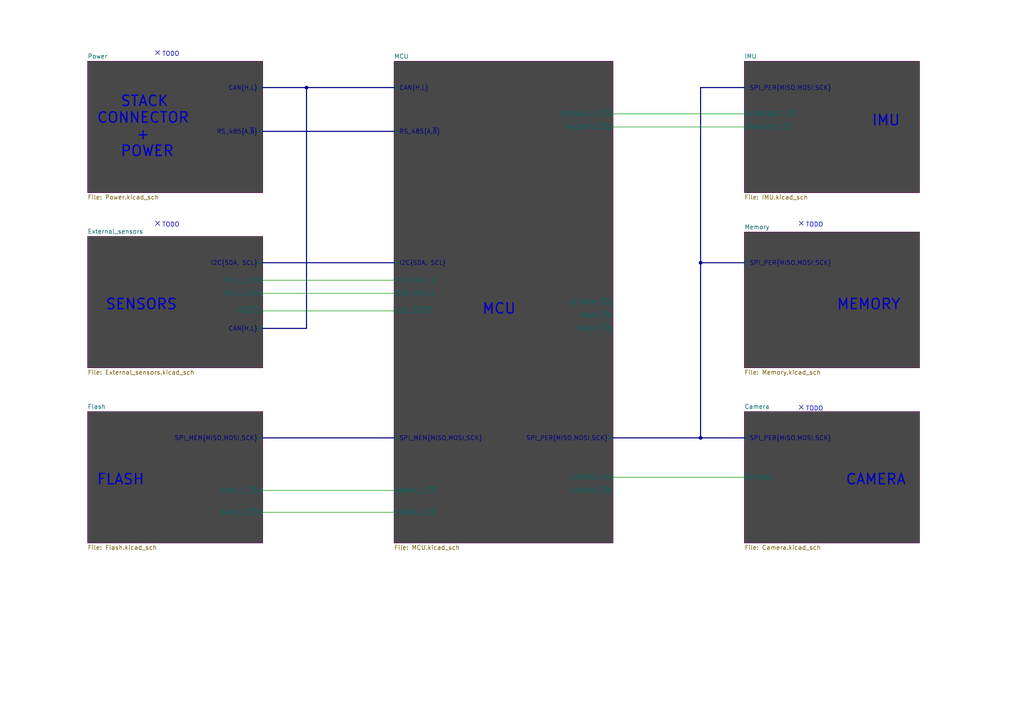
<source format=kicad_sch>
(kicad_sch (version 20211123) (generator eeschema)
  (paper "A4")
  (lib_symbols)
  (junction (at 88.9 25.4))
  (junction (at 203.2 127))
  (junction (at 203.2 76.2))
  (no_connect (at 232.41 118.11))
  (no_connect (at 232.41 64.77))
  (no_connect (at 45.72 64.77))
  (no_connect (at 45.72 15.24))
  (wire (pts (xy 177.8 33.02) (xy 215.9 33.02)))
  (bus (pts (xy 203.2 76.2) (xy 203.2 25.4)))
  (bus (pts (xy 76.2 95.25) (xy 88.9 95.25)))
  (bus (pts (xy 88.9 25.4) (xy 88.9 95.25)))
  (bus (pts (xy 203.2 127) (xy 203.2 76.2)))
  (bus (pts (xy 76.2 25.4) (xy 88.9 25.4)))
  (bus (pts (xy 177.8 127) (xy 203.2 127)))
  (wire (pts (xy 177.8 36.83) (xy 215.9 36.83)))
  (wire (pts (xy 76.2 148.59) (xy 114.3 148.59)))
  (wire (pts (xy 76.2 81.28) (xy 114.3 81.28)))
  (bus (pts (xy 88.9 25.4) (xy 114.3 25.4)))
  (bus (pts (xy 76.2 127) (xy 114.3 127)))
  (bus (pts (xy 203.2 76.2) (xy 215.9 76.2)))
  (bus (pts (xy 76.2 38.1) (xy 114.3 38.1)))
  (wire (pts (xy 76.2 142.24) (xy 114.3 142.24)))
  (bus (pts (xy 76.2 76.2) (xy 114.3 76.2)))
  (wire (pts (xy 76.2 85.09) (xy 114.3 85.09)))
  (wire (pts (xy 76.2 90.17) (xy 114.3 90.17)))
  (bus (pts (xy 203.2 25.4) (xy 215.9 25.4)))
  (bus (pts (xy 203.2 127) (xy 215.9 127)))
  (wire (pts (xy 177.8 138.43) (xy 215.9 138.43)))
  (text "MCU" (at 139.7 91.44 0) (effects (font (size 3 3) (thickness 0.4) bold) (justify left bottom)))
  (text "TODO" (at 233.68 119.38 0) (effects (font (size 1.27 1.27)) (justify left bottom)))
  (text "TODO" (at 46.99 66.04 0) (effects (font (size 1.27 1.27)) (justify left bottom)))
  (text "SENSORS" (at 30.48 90.17 0) (effects (font (size 3 3) (thickness 0.4) bold) (justify left bottom)))
  (text "TODO" (at 46.99 16.51 0) (effects (font (size 1.27 1.27)) (justify left bottom)))
  (text "CAMERA" (at 245.11 140.97 0) (effects (font (size 3 3) (thickness 0.4) bold) (justify left bottom)))
  (text "TODO" (at 233.68 66.04 0) (effects (font (size 1.27 1.27)) (justify left bottom)))
  (text "   STACK\nCONNECTOR\n     +\n   POWER" (at 27.94 45.72 0) (effects (font (size 3 3) (thickness 0.4) bold) (justify left bottom)))
  (text "IMU" (at 252.73 36.83 0) (effects (font (size 3 3) (thickness 0.4) bold) (justify left bottom)))
  (text "MEMORY" (at 242.57 90.17 0) (effects (font (size 3 3) (thickness 0.4) bold) (justify left bottom)))
  (text "FLASH" (at 27.94 140.97 0) (effects (font (size 3 3) (thickness 0.4) bold) (justify left bottom)))
  (sheet (at 215.9 119.38) (size 50.8 38.1) (stroke (width 0.1524) (color 72 0 72 1)) (fill (color 72 72 72 1.0000))
    (property "Sheet name" "Camera" (at 215.9 118.6684 0) (effects (justify left bottom)))
    (property "Sheet file" "Camera.kicad_sch" (at 215.9 158.0646 0) (effects (justify left top)))
    (pin "SPI_PER{MISO,MOSI,SCK}" bidirectional (at 215.9 127 180))
    (pin "ENABLE" input (at 215.9 138.43 180))
  )
  (sheet (at 215.9 67.31) (size 50.8 39.37) (stroke (width 0.1524) (color 72 0 72 1)) (fill (color 72 72 72 1.0000))
    (property "Sheet name" "Memory" (at 215.9 66.5984 0) (effects (justify left bottom)))
    (property "Sheet file" "Memory.kicad_sch" (at 215.9 107.2646 0) (effects (justify left top)))
    (pin "SPI_PER{MISO,MOSI,SCK}" bidirectional (at 215.9 76.2 180))
  )
  (sheet (at 25.4 119.38) (size 50.8 38.1) (stroke (width 0.1524) (color 72 0 72 1)) (fill (color 72 72 72 1.0000))
    (property "Sheet name" "Flash" (at 25.4 118.6684 0) (effects (justify left bottom)))
    (property "Sheet file" "Flash.kicad_sch" (at 25.4 158.0646 0) (effects (justify left top)))
    (pin "BANK_1_~{CS}" input (at 76.2 142.24 0))
    (pin "BANK_2_~{CS}" input (at 76.2 148.59 0))
    (pin "SPI_MEM{MISO,MOSI,SCK}" bidirectional (at 76.2 127 0))
  )
  (sheet (at 215.9 17.78) (size 50.8 38.1) (stroke (width 0.1524) (color 72 0 72 1)) (fill (color 72 72 72 1.0000))
    (property "Sheet name" "IMU" (at 215.9 17.0684 0) (effects (justify left bottom)))
    (property "Sheet file" "IMU.kicad_sch" (at 215.9 56.4646 0) (effects (justify left top)))
    (pin "SPI_PER{MISO,MOSI,SCK}" bidirectional (at 215.9 25.4 180))
    (pin "GYRO&ACC_~{CS}" input (at 215.9 33.02 180))
    (pin "MAGNETO_~{CS}" input (at 215.9 36.83 180))
  )
  (sheet (at 114.3 17.78) (size 63.5 139.7) (stroke (width 0.1524) (color 72 0 72 1)) (fill (color 72 72 72 1.0000))
    (property "Sheet name" "MCU" (at 114.3 17.0684 0) (effects (justify left bottom)))
    (property "Sheet file" "MCU.kicad_sch" (at 114.3 158.0646 0) (effects (justify left top)))
    (pin "BANK_1_~{CS}" output (at 114.3 142.24 180))
    (pin "BANK_2_~{CS}" output (at 114.3 148.59 180))
    (pin "SPI_PER{MISO,MOSI,SCK}" bidirectional (at 177.8 127 0))
    (pin "I2C{SDA, SCL}" bidirectional (at 114.3 76.2 180))
    (pin "CAN{H,L}" bidirectional (at 114.3 25.4 180))
    (pin "RS_485{A,~{B}}" bidirectional (at 114.3 38.1 180))
    (pin "I2C_MUX_1" output (at 114.3 81.28 180))
    (pin "I2C_MUX_2" output (at 114.3 85.09 180))
    (pin "EEPROM_~{CS}" output (at 177.8 87.63 0))
    (pin "GYRO&ACC_~{CS}" output (at 177.8 33.02 0))
    (pin "FRAM_~{CS}" output (at 177.8 91.44 0))
    (pin "MRAM_~{CS}" output (at 177.8 95.25 0))
    (pin "MAGNETO_~{CS}" output (at 177.8 36.83 0))
    (pin "SPI_MEM{MISO,MOSI,SCK}" bidirectional (at 114.3 127 180))
    (pin "CAMERA_~{CS}" output (at 177.8 142.24 0))
    (pin "CAMERA_EN" input (at 177.8 138.43 0))
    (pin "I2C_~{FAULT}" input (at 114.3 90.17 180))
  )
  (sheet (at 25.4 68.58) (size 50.8 38.1) (stroke (width 0.1524) (color 72 0 72 1)) (fill (color 72 72 72 1.0000))
    (property "Sheet name" "External_sensors" (at 25.4 67.8684 0) (effects (justify left bottom)))
    (property "Sheet file" "External_sensors.kicad_sch" (at 25.4 107.2646 0) (effects (justify left top)))
    (pin "I2C{SDA, SCL}" bidirectional (at 76.2 76.2 0))
    (pin "~{FAULT}" output (at 76.2 90.17 0))
    (pin "MUX_1_EN" input (at 76.2 81.28 0))
    (pin "MUX_2_EN" input (at 76.2 85.09 0))
    (pin "CAN{H,L}" input (at 76.2 95.25 0))
  )
  (sheet (at 25.4 17.78) (size 50.8 38.1) (stroke (width 0.1524) (color 72 0 72 1)) (fill (color 72 72 72 1.0000))
    (property "Sheet name" "Power" (at 25.4 17.0684 0) (effects (justify left bottom)))
    (property "Sheet file" "Power.kicad_sch" (at 25.4 56.4646 0) (effects (justify left top)))
    (pin "RS_485{A,~{B}}" bidirectional (at 76.2 38.1 0))
    (pin "CAN{H,L}" bidirectional (at 76.2 25.4 0))
  )
)
</source>
